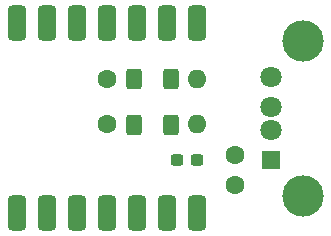
<source format=gbs>
G04 #@! TF.GenerationSoftware,KiCad,Pcbnew,(6.0.11)*
G04 #@! TF.CreationDate,2025-12-09T16:45:55+09:00*
G04 #@! TF.ProjectId,xiao_pio_usb2,7869616f-5f70-4696-9f5f-757362322e6b,rev?*
G04 #@! TF.SameCoordinates,Original*
G04 #@! TF.FileFunction,Soldermask,Bot*
G04 #@! TF.FilePolarity,Negative*
%FSLAX46Y46*%
G04 Gerber Fmt 4.6, Leading zero omitted, Abs format (unit mm)*
G04 Created by KiCad (PCBNEW (6.0.11)) date 2025-12-09 16:45:55*
%MOMM*%
%LPD*%
G01*
G04 APERTURE LIST*
G04 Aperture macros list*
%AMRoundRect*
0 Rectangle with rounded corners*
0 $1 Rounding radius*
0 $2 $3 $4 $5 $6 $7 $8 $9 X,Y pos of 4 corners*
0 Add a 4 corners polygon primitive as box body*
4,1,4,$2,$3,$4,$5,$6,$7,$8,$9,$2,$3,0*
0 Add four circle primitives for the rounded corners*
1,1,$1+$1,$2,$3*
1,1,$1+$1,$4,$5*
1,1,$1+$1,$6,$7*
1,1,$1+$1,$8,$9*
0 Add four rect primitives between the rounded corners*
20,1,$1+$1,$2,$3,$4,$5,0*
20,1,$1+$1,$4,$5,$6,$7,0*
20,1,$1+$1,$6,$7,$8,$9,0*
20,1,$1+$1,$8,$9,$2,$3,0*%
G04 Aperture macros list end*
%ADD10O,1.600000X1.600000*%
%ADD11C,1.600000*%
%ADD12RoundRect,0.400000X0.400000X1.100000X-0.400000X1.100000X-0.400000X-1.100000X0.400000X-1.100000X0*%
%ADD13RoundRect,0.400000X-0.400000X-1.100000X0.400000X-1.100000X0.400000X1.100000X-0.400000X1.100000X0*%
%ADD14C,3.500000*%
%ADD15C,1.800000*%
%ADD16R,1.600000X1.600000*%
%ADD17RoundRect,0.237500X0.300000X0.237500X-0.300000X0.237500X-0.300000X-0.237500X0.300000X-0.237500X0*%
%ADD18RoundRect,0.250000X-0.400000X-0.625000X0.400000X-0.625000X0.400000X0.625000X-0.400000X0.625000X0*%
G04 APERTURE END LIST*
D10*
X106450000Y-65878400D03*
D11*
X98830000Y-65878400D03*
D10*
X106450600Y-69698400D03*
D11*
X98830600Y-69698400D03*
D12*
X91220600Y-61178400D03*
X93760600Y-61178400D03*
X96300600Y-61178400D03*
X98840600Y-61178400D03*
X101380600Y-61178400D03*
X103920600Y-61178400D03*
X106460600Y-61178400D03*
D13*
X106460600Y-77218400D03*
X103920600Y-77218400D03*
X101380600Y-77218400D03*
X98840600Y-77218400D03*
X96300600Y-77218400D03*
X93760600Y-77218400D03*
X91220600Y-77218400D03*
D14*
X115374700Y-75824600D03*
X115374700Y-62684600D03*
D15*
X112664700Y-65754600D03*
X112664700Y-68254600D03*
X112664700Y-70254600D03*
D16*
X112664700Y-72754600D03*
D11*
X109690600Y-74848400D03*
X109690600Y-72348400D03*
D17*
X104698100Y-72728400D03*
X106423100Y-72728400D03*
D18*
X104230000Y-65878400D03*
X101130000Y-65878400D03*
X104230000Y-69838400D03*
X101130000Y-69838400D03*
M02*

</source>
